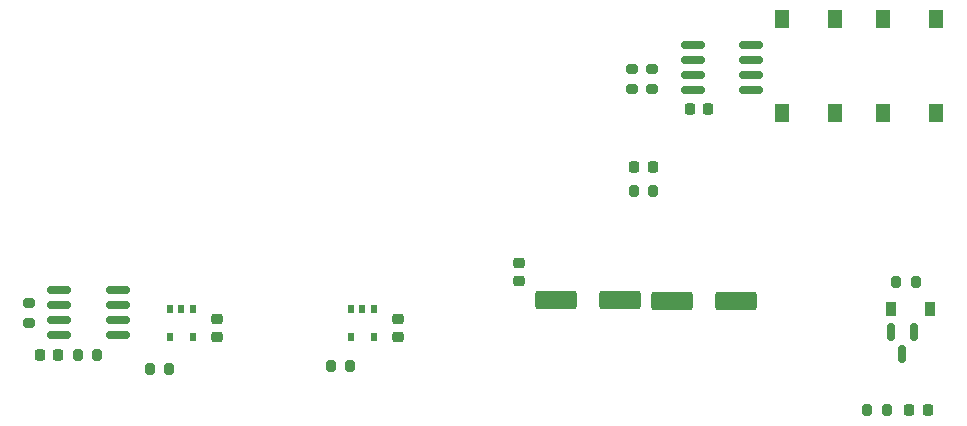
<source format=gbr>
%TF.GenerationSoftware,KiCad,Pcbnew,8.0.7*%
%TF.CreationDate,2024-12-30T21:46:30-05:00*%
%TF.ProjectId,Pi_Zero_W_2,50695f5a-6572-46f5-9f57-5f322e6b6963,v1*%
%TF.SameCoordinates,Original*%
%TF.FileFunction,Paste,Top*%
%TF.FilePolarity,Positive*%
%FSLAX46Y46*%
G04 Gerber Fmt 4.6, Leading zero omitted, Abs format (unit mm)*
G04 Created by KiCad (PCBNEW 8.0.7) date 2024-12-30 21:46:30*
%MOMM*%
%LPD*%
G01*
G04 APERTURE LIST*
G04 Aperture macros list*
%AMRoundRect*
0 Rectangle with rounded corners*
0 $1 Rounding radius*
0 $2 $3 $4 $5 $6 $7 $8 $9 X,Y pos of 4 corners*
0 Add a 4 corners polygon primitive as box body*
4,1,4,$2,$3,$4,$5,$6,$7,$8,$9,$2,$3,0*
0 Add four circle primitives for the rounded corners*
1,1,$1+$1,$2,$3*
1,1,$1+$1,$4,$5*
1,1,$1+$1,$6,$7*
1,1,$1+$1,$8,$9*
0 Add four rect primitives between the rounded corners*
20,1,$1+$1,$2,$3,$4,$5,0*
20,1,$1+$1,$4,$5,$6,$7,0*
20,1,$1+$1,$6,$7,$8,$9,0*
20,1,$1+$1,$8,$9,$2,$3,0*%
G04 Aperture macros list end*
%ADD10RoundRect,0.150000X-0.150000X0.587500X-0.150000X-0.587500X0.150000X-0.587500X0.150000X0.587500X0*%
%ADD11RoundRect,0.218750X0.218750X0.256250X-0.218750X0.256250X-0.218750X-0.256250X0.218750X-0.256250X0*%
%ADD12RoundRect,0.200000X0.200000X0.275000X-0.200000X0.275000X-0.200000X-0.275000X0.200000X-0.275000X0*%
%ADD13RoundRect,0.225000X-0.225000X-0.250000X0.225000X-0.250000X0.225000X0.250000X-0.225000X0.250000X0*%
%ADD14RoundRect,0.200000X-0.275000X0.200000X-0.275000X-0.200000X0.275000X-0.200000X0.275000X0.200000X0*%
%ADD15RoundRect,0.150000X0.825000X0.150000X-0.825000X0.150000X-0.825000X-0.150000X0.825000X-0.150000X0*%
%ADD16RoundRect,0.250000X-1.500000X-0.550000X1.500000X-0.550000X1.500000X0.550000X-1.500000X0.550000X0*%
%ADD17RoundRect,0.250000X1.500000X0.550000X-1.500000X0.550000X-1.500000X-0.550000X1.500000X-0.550000X0*%
%ADD18RoundRect,0.218750X-0.218750X-0.256250X0.218750X-0.256250X0.218750X0.256250X-0.218750X0.256250X0*%
%ADD19RoundRect,0.225000X-0.250000X0.225000X-0.250000X-0.225000X0.250000X-0.225000X0.250000X0.225000X0*%
%ADD20RoundRect,0.225000X0.250000X-0.225000X0.250000X0.225000X-0.250000X0.225000X-0.250000X-0.225000X0*%
%ADD21R,0.900000X1.200000*%
%ADD22RoundRect,0.200000X-0.200000X-0.275000X0.200000X-0.275000X0.200000X0.275000X-0.200000X0.275000X0*%
%ADD23R,1.300000X1.550000*%
%ADD24R,0.510000X0.700000*%
%ADD25RoundRect,0.225000X0.225000X0.250000X-0.225000X0.250000X-0.225000X-0.250000X0.225000X-0.250000X0*%
G04 APERTURE END LIST*
D10*
%TO.C,Q1*%
X8031600Y31738400D03*
X6131600Y31738400D03*
X7081600Y29863400D03*
%TD*%
D11*
%TO.C,D3*%
X9244100Y25150900D03*
X7669100Y25150900D03*
%TD*%
D12*
%TO.C,R4*%
X5756600Y25125900D03*
X4106600Y25125900D03*
%TD*%
D13*
%TO.C,C3*%
X-10883400Y50670900D03*
X-9333400Y50670900D03*
%TD*%
D14*
%TO.C,R3*%
X-14118400Y53975900D03*
X-14118400Y52325900D03*
%TD*%
D15*
%TO.C,U2*%
X-5693400Y52275900D03*
X-5693400Y53545900D03*
X-5693400Y54815900D03*
X-5693400Y56085900D03*
X-10643400Y56085900D03*
X-10643400Y54815900D03*
X-10643400Y53545900D03*
X-10643400Y52275900D03*
%TD*%
D14*
%TO.C,R2*%
X-15818400Y53975900D03*
X-15818400Y52325900D03*
%TD*%
D16*
%TO.C,C2*%
X-22243400Y34500900D03*
X-16843400Y34500900D03*
%TD*%
D17*
%TO.C,C1*%
X-7043400Y34350900D03*
X-12443400Y34350900D03*
%TD*%
D18*
%TO.C,D2*%
X-15605900Y45700900D03*
X-14030900Y45700900D03*
%TD*%
D12*
%TO.C,R5*%
X-13993400Y43650900D03*
X-15643400Y43650900D03*
%TD*%
D19*
%TO.C,C4*%
X-25343400Y37575900D03*
X-25343400Y36025900D03*
%TD*%
D20*
%TO.C,C5*%
X-50943400Y31325900D03*
X-50943400Y32875900D03*
%TD*%
D21*
%TO.C,D1*%
X6131600Y33700900D03*
X9431600Y33700900D03*
%TD*%
D22*
%TO.C,R1*%
X6556600Y36000900D03*
X8206600Y36000900D03*
%TD*%
D23*
%TO.C,SW2*%
X-3093400Y50275900D03*
X-3093400Y58225900D03*
X1406600Y50275900D03*
X1406600Y58225900D03*
%TD*%
%TO.C,SW1*%
X5431600Y50275900D03*
X5431600Y58225900D03*
X9931600Y50275900D03*
X9931600Y58225900D03*
%TD*%
D24*
%TO.C,U5*%
X-37693400Y33660900D03*
X-38643400Y33660900D03*
X-39593400Y33660900D03*
X-39593400Y31340900D03*
X-37693400Y31340900D03*
%TD*%
D12*
%TO.C,R6*%
X-54993400Y28615900D03*
X-56643400Y28615900D03*
%TD*%
D25*
%TO.C,C7*%
X-64393400Y29800900D03*
X-65943400Y29800900D03*
%TD*%
D12*
%TO.C,R7*%
X-39643400Y28900900D03*
X-41293400Y28900900D03*
%TD*%
D22*
%TO.C,R8*%
X-62743400Y29800900D03*
X-61093400Y29800900D03*
%TD*%
D24*
%TO.C,U4*%
X-53018400Y33660900D03*
X-53968400Y33660900D03*
X-54918400Y33660900D03*
X-54918400Y31340900D03*
X-53018400Y31340900D03*
%TD*%
D20*
%TO.C,C6*%
X-35618400Y31325900D03*
X-35618400Y32875900D03*
%TD*%
D14*
%TO.C,R9*%
X-66893400Y34170900D03*
X-66893400Y32520900D03*
%TD*%
D15*
%TO.C,U6*%
X-59368400Y31490900D03*
X-59368400Y32760900D03*
X-59368400Y34030900D03*
X-59368400Y35300900D03*
X-64318400Y35300900D03*
X-64318400Y34030900D03*
X-64318400Y32760900D03*
X-64318400Y31490900D03*
%TD*%
M02*

</source>
